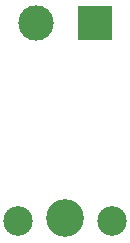
<source format=gbr>
G04 #@! TF.GenerationSoftware,KiCad,Pcbnew,9.0.3*
G04 #@! TF.CreationDate,2025-08-23T22:57:17-07:00*
G04 #@! TF.ProjectId,analog_bms,616e616c-6f67-45f6-926d-732e6b696361,rev?*
G04 #@! TF.SameCoordinates,Original*
G04 #@! TF.FileFunction,Soldermask,Bot*
G04 #@! TF.FilePolarity,Negative*
%FSLAX46Y46*%
G04 Gerber Fmt 4.6, Leading zero omitted, Abs format (unit mm)*
G04 Created by KiCad (PCBNEW 9.0.3) date 2025-08-23 22:57:17*
%MOMM*%
%LPD*%
G01*
G04 APERTURE LIST*
%ADD10C,2.500000*%
%ADD11C,3.200000*%
%ADD12R,3.000000X3.000000*%
%ADD13C,3.000000*%
G04 APERTURE END LIST*
D10*
X143000000Y-123250000D03*
D11*
X138950000Y-123000000D03*
D10*
X135000000Y-123250000D03*
D12*
X141500000Y-106500000D03*
D13*
X136500000Y-106500000D03*
M02*

</source>
